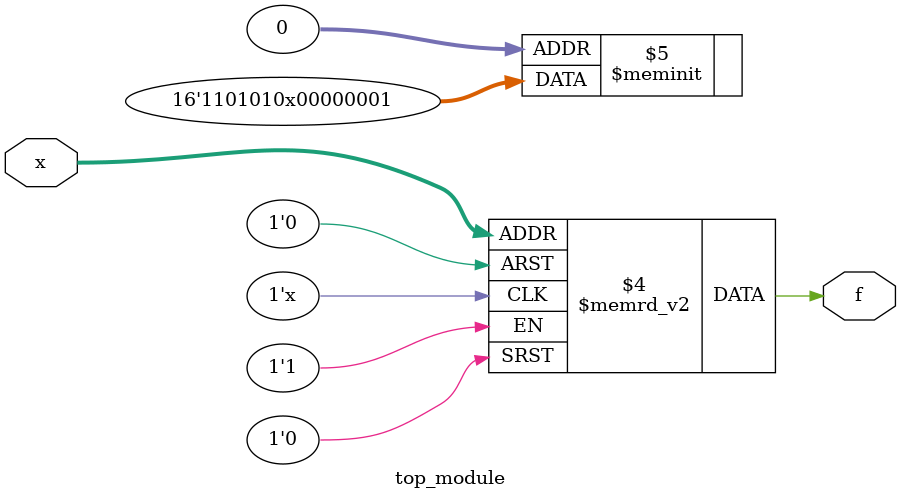
<source format=sv>
module top_module (
    input [4:1] x,
    output logic f
);

always_comb begin
    case (x)
        4'b0000, 4'b1010, 4'b1100, 4'b1110, 4'b1111: f = 1'b1;
        4'b0001, 4'b0010, 4'b0011, 4'b0100, 4'b0101, 4'b0110, 4'b0111, 4'b1001, 4'b1011, 4'b1101: f = 1'b0;
        default: f = 1'bx;
    endcase
end

endmodule

</source>
